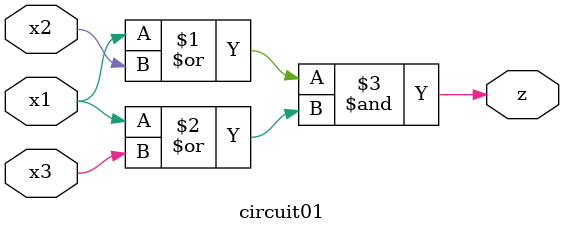
<source format=v>
module circuit01(x1, x2, x3, z );

input x1, x2, x3;
output z;

assign z = (x1|x2)&(x1|x3);

endmodule

</source>
